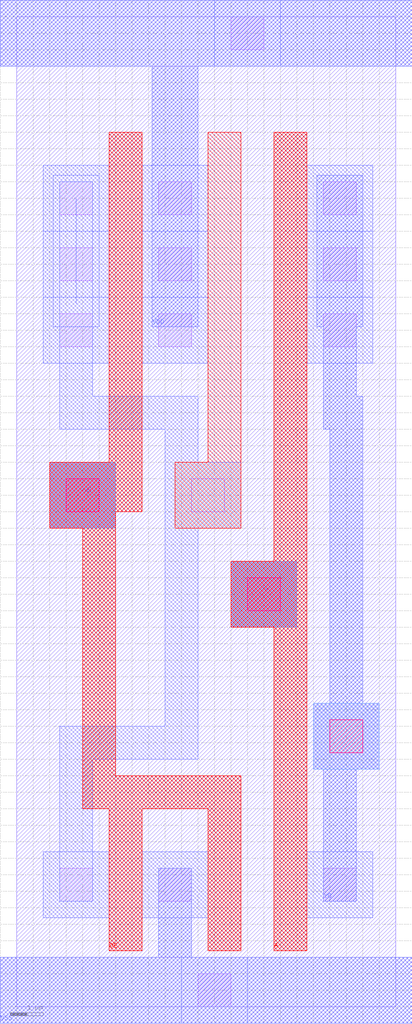
<source format=lef>
VERSION 5.3 ;

NAMESCASESENSITIVE ON ;

UNITS
  DATABASE MICRONS 1000 ;
END UNITS











MACRO cinvLEF
  CLASS BLOCK ;
  PIN A
    DIRECTION INPUT ;
    PORT
      LAYER POL ;
        POLYGON 6.500 13.500  6.500 11.500  7.800 11.500  7.800 1.700  8.800 
        1.700  8.800 26.500  7.800 26.500  7.800 13.500  6.500 13.500  ;
    END
    PORT
      LAYER ML1 ;
        POLYGON 6.500 11.500  6.500 13.500  8.500 13.500  8.500 11.500  6.500 
        11.500  ;
    END
  END A
  PIN OE
    DIRECTION INPUT ;
    PORT
      LAYER POL ;
        POLYGON 1.000 16.500  1.000 14.500  2.000 14.500  2.000 6.000  2.800 
        6.000  2.800 1.700  3.800 1.700  3.800 6.000  5.800 6.000  5.800 1.700 
         6.800 1.700  6.800 7.000  3.000 7.000  3.000 15.000  3.800 15.000  
        3.800 26.500  2.800 26.500  2.800 16.500  1.000 16.500  ;
    END
    PORT
      LAYER ML1 ;
        POLYGON 1.000 14.500  1.000 16.500  3.000 16.500  3.000 14.500  1.000 
        14.500  ;
    END
  END OE
  PIN VDD
    DIRECTION INOUT ;
    PORT
      LAYER ML1 ;
        POLYGON -0.500 30.500  -0.500 28.500  4.100 28.500  4.100 20.600  
        5.500 20.600  5.500 28.500  12.000 28.500  12.000 30.500  -0.500 
        30.500  ;
    END
  END VDD
  PIN VSS
    DIRECTION INOUT ;
    PORT
      LAYER ML1 ;
        POLYGON -0.500 1.500  -0.500 -0.500  12.000 -0.500  12.000 1.500  
        5.300 1.500  5.300 4.200  4.300 4.200  4.300 1.500  -0.500 1.500  ;
    END
  END VSS
  PIN YB
    DIRECTION OUTPUT ;
    PORT
      LAYER ML1 ;
        POLYGON 9.000 9.200  9.000 7.200  9.300 7.200  9.300 3.200  10.300 
        3.200  10.300 7.200  11.000 7.200  11.000 9.200  10.500 9.200  10.500 
        18.500  10.300 18.500  10.300 20.600  10.500 20.600  10.500 25.200  
        9.100 25.200  9.100 20.600  9.300 20.600  9.300 17.500  9.500 17.500  
        9.500 9.200  9.000 9.200  ;
    END
  END YB
  OBS
    LAYER CNT ;
      POLYGON 4.300 24.000  4.300 25.000  5.300 25.000  5.300 24.000  4.300 
      24.000  ;
      POLYGON 4.300 3.200  4.300 4.200  5.300 4.200  5.300 3.200  4.300 3.200  ;
      
      POLYGON 9.300 3.200  9.300 4.200  10.300 4.200  10.300 3.200  9.300 
      3.200  ;
      POLYGON 9.300 20.000  9.300 21.000  10.300 21.000  10.300 20.000  9.300 
      20.000  ;
      POLYGON 9.300 22.000  9.300 23.000  10.300 23.000  10.300 22.000  9.300 
      22.000  ;
      POLYGON 9.300 24.000  9.300 25.000  10.300 25.000  10.300 24.000  9.300 
      24.000  ;
      POLYGON 5.300 15.000  5.300 16.000  6.300 16.000  6.300 15.000  5.300 
      15.000  ;
      POLYGON 7.000 12.000  7.000 13.000  8.000 13.000  8.000 12.000  7.000 
      12.000  ;
      POLYGON 6.500 29.000  6.500 30.000  7.500 30.000  7.500 29.000  6.500 
      29.000  ;
      POLYGON 1.500 15.000  1.500 16.000  2.500 16.000  2.500 15.000  1.500 
      15.000  ;
      POLYGON 5.500 0.000  5.500 1.000  6.500 1.000  6.500 0.000  5.500 0.000  ;
      
      POLYGON 4.300 20.000  4.300 21.000  5.300 21.000  5.300 20.000  4.300 
      20.000  ;
      POLYGON 4.300 22.000  4.300 23.000  5.300 23.000  5.300 22.000  4.300 
      22.000  ;
      POLYGON 1.300 24.000  1.300 25.000  2.300 25.000  2.300 24.000  1.300 
      24.000  ;
      POLYGON 1.300 3.200  1.300 4.200  2.300 4.200  2.300 3.200  1.300 3.200  ;
      
      POLYGON 1.300 20.000  1.300 21.000  2.300 21.000  2.300 20.000  1.300 
      20.000  ;
      POLYGON 1.300 22.000  1.300 23.000  2.300 23.000  2.300 22.000  1.300 
      22.000  ;
    LAYER FRAME ;
      RECT -0.500 28.500  12.000 30.500  ;
      RECT -0.500 -0.500  12.000 1.500  ;
      POLYGON 0.000 0.000  11.500 0.000  11.500 30.000  0.000 30.000  0.000 
      0.000  ;
    LAYER ML1 ;
      RECT 5.000 -0.500  7.000 1.500  ;
      POLYGON 1.000 14.500  1.000 16.500  3.000 16.500  3.000 14.500  1.000 
      14.500  ;
      WIDTH 1.400  ;
      PATH 1.800 21.300 1.800 24.500  ;
      POLYGON 6.500 11.500  6.500 13.500  8.500 13.500  8.500 11.500  6.500 
      11.500  ;
      RECT 1.000 14.500  3.000 16.500  ;
      RECT 6.000 28.500  8.000 30.500  ;
      RECT 6.500 11.500  8.500 13.500  ;
      RECT 8.800 23.500  10.800 25.500  ;
      RECT 8.800 21.500  10.800 23.500  ;
      RECT 8.800 19.500  10.800 21.500  ;
      RECT 8.800 2.700  10.800 4.700  ;
      RECT 3.800 2.700  5.800 4.700  ;
      RECT 3.800 23.500  5.800 25.500  ;
      RECT 3.800 19.500  5.800 21.500  ;
      RECT 3.800 21.500  5.800 23.500  ;
      RECT 0.800 23.500  2.800 25.500  ;
      RECT 0.800 2.700  2.800 4.700  ;
      RECT 0.800 19.500  2.800 21.500  ;
      RECT 0.800 21.500  2.800 23.500  ;
      POLYGON -0.500 30.500  -0.500 28.500  4.100 28.500  4.100 20.600  5.500 
      20.600  5.500 28.500  12.000 28.500  12.000 30.500  -0.500 30.500  ;
      POLYGON -0.500 1.500  -0.500 -0.500  12.000 -0.500  12.000 1.500  5.300 
      1.500  5.300 4.200  4.300 4.200  4.300 1.500  -0.500 1.500  ;
      POLYGON 1.300 8.500  1.300 3.200  2.300 3.200  2.300 7.500  5.500 7.500  
      5.500 14.500  6.800 14.500  6.800 16.500  5.500 16.500  5.500 18.500  
      2.300 18.500  2.300 25.000  1.300 25.000  1.300 17.500  4.500 17.500  
      4.500 8.500  1.300 8.500  ;
      POLYGON 9.000 9.200  9.000 7.200  9.300 7.200  9.300 3.200  10.300 3.200 
       10.300 7.200  11.000 7.200  11.000 9.200  10.500 9.200  10.500 18.500  
      10.300 18.500  10.300 20.600  10.500 20.600  10.500 25.200  9.100 25.200 
       9.100 20.600  9.300 20.600  9.300 17.500  9.500 17.500  9.500 9.200  
      9.000 9.200  ;
    LAYER ML2 ;
      POLYGON 9.000 9.200  9.000 7.200  11.000 7.200  11.000 9.200  9.000 
      9.200  ;
      POLYGON 6.500 11.500  6.500 13.500  8.500 13.500  8.500 11.500  6.500 
      11.500  ;
      POLYGON 1.000 14.500  1.000 16.500  3.000 16.500  3.000 14.500  1.000 
      14.500  ;
    LAYER POL ;
      POLYGON 6.500 13.500  6.500 11.500  7.800 11.500  7.800 1.700  8.800 
      1.700  8.800 26.500  7.800 26.500  7.800 13.500  6.500 13.500  ;
      POLYGON 4.800 16.500  4.800 14.500  6.800 14.500  6.800 26.500  5.800 
      26.500  5.800 16.500  4.800 16.500  ;
      POLYGON 1.000 16.500  1.000 14.500  2.000 14.500  2.000 6.000  2.800 
      6.000  2.800 1.700  3.800 1.700  3.800 6.000  5.800 6.000  5.800 1.700  
      6.800 1.700  6.800 7.000  3.000 7.000  3.000 15.000  3.800 15.000  3.800 
      26.500  2.800 26.500  2.800 16.500  1.000 16.500  ;
    LAYER VIA1 ;
      POLYGON 7.000 12.000  7.000 13.000  8.000 13.000  8.000 12.000  7.000 
      12.000  ;
      POLYGON 9.500 7.700  9.500 8.700  10.500 8.700  10.500 7.700  9.500 
      7.700  ;
      POLYGON 1.500 15.000  1.500 16.000  2.500 16.000  2.500 15.000  1.500 
      15.000  ;
  END
END cinvLEF


END LIBRARY

</source>
